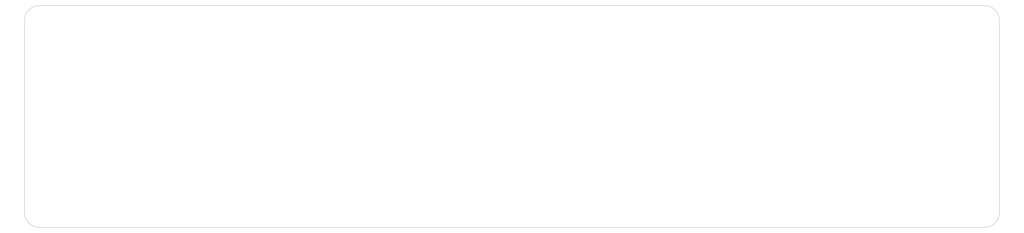
<source format=gm1>
G04 #@! TF.GenerationSoftware,KiCad,Pcbnew,9.0.2-9.0.2-0~ubuntu24.04.1*
G04 #@! TF.CreationDate,2025-06-11T12:06:41+02:00*
G04 #@! TF.ProjectId,PCB_Repetition,5043425f-5265-4706-9574-6974696f6e2e,rev?*
G04 #@! TF.SameCoordinates,Original*
G04 #@! TF.FileFunction,Profile,NP*
%FSLAX46Y46*%
G04 Gerber Fmt 4.6, Leading zero omitted, Abs format (unit mm)*
G04 Created by KiCad (PCBNEW 9.0.2-9.0.2-0~ubuntu24.04.1) date 2025-06-11 12:06:41*
%MOMM*%
%LPD*%
G01*
G04 APERTURE LIST*
G04 #@! TA.AperFunction,Profile*
%ADD10C,0.050000*%
G04 #@! TD*
G04 APERTURE END LIST*
D10*
X33710000Y-231360000D02*
X33710000Y-154460000D01*
X417600000Y-148450000D02*
G75*
G02*
X423600000Y-154470000I-10000J-6010000D01*
G01*
X39710000Y-237360000D02*
G75*
G02*
X33710000Y-231360000I0J6000000D01*
G01*
X33710000Y-154460000D02*
G75*
G02*
X39710000Y-148460000I6000000J0D01*
G01*
X423600000Y-231350000D02*
G75*
G02*
X417600000Y-237350000I-6000000J0D01*
G01*
X39710000Y-148460000D02*
X417600000Y-148450000D01*
X423599999Y-154470000D02*
X423600000Y-231350000D01*
X417600000Y-237350000D02*
X39710000Y-237360000D01*
M02*

</source>
